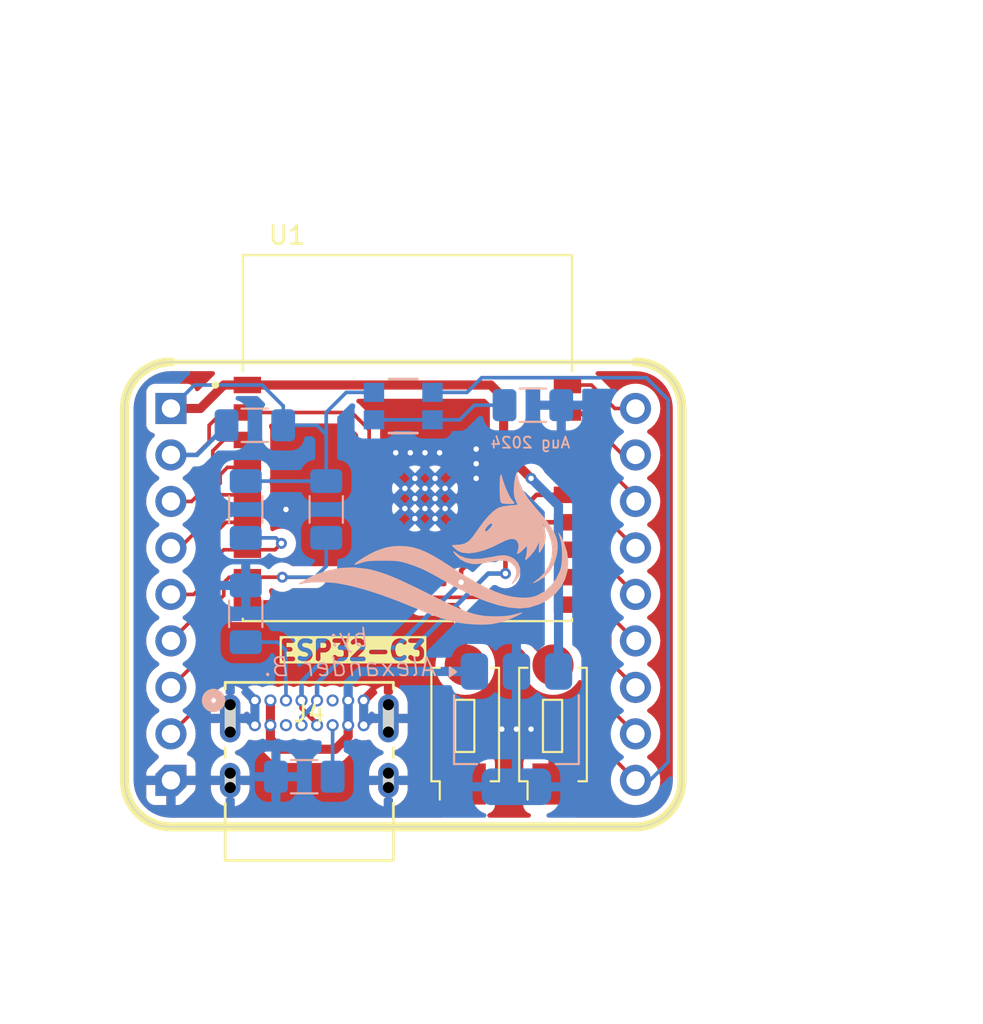
<source format=kicad_pcb>
(kicad_pcb (version 20240108) (generator "pcbnew") (generator_version "8.0")
  (layers (0 "F.Cu" signal) (31 "B.Cu" signal) (34 "B.Paste" user) (35 "F.Paste" user) (36 "B.SilkS" user "B.Silkscreen") (37 "F.SilkS" user "F.Silkscreen") (38 "B.Mask" user) (39 "F.Mask" user) (44 "Edge.Cuts" user))
  (net 0 "")
  (net 1 "GPIO3")
  (net 2 "GND")
  (net 3 "GPIO2")
  (net 4 "GPIO1")
  (net 5 "GPIO0")
  (net 6 "GPIO4")
  (net 7 "VBUS")
  (net 8 "GPIO7")
  (net 9 "USB_D+")
  (net 10 "UART-RX")
  (net 11 "USB_D-")
  (net 12 "GPIO5")
  (net 13 "GPIO8")
  (net 14 "UART-TX")
  (net 15 "GPIO10")
  (net 16 "EN")
  (net 17 "GPIO9")
  (net 18 "3V3")
  (net 19 "GPIO6")
  (net 20 "Net-(LED1-GND-Pad1)")
  (net 21 "Net-(J4-CC2)")
  (net 22 "Net-(J4-CC1)")
  (footprint "Alexander Footprint Library:ESP32-C3-WROOM-02-H4" (layer "F.Cu") (at 156.94 61.1)
    (property "Reference" "U1" (at -6.575 -11.085 0) (layer "F.SilkS"))
    (property "Value" "ESP32-C3-WROOM-02-N4")
    (fp_line (start -9 -10) (end -9 -3.67) (stroke (width 0.127)) (layer "F.SilkS"))
    (fp_line (start -9 10) (end -9 9.87) (stroke (width 0.127)) (layer "F.SilkS"))
    (fp_line (start -9 10) (end 9 10) (stroke (width 0.127)) (layer "F.SilkS"))
    (fp_line (start 9 -10) (end -9 -10) (stroke (width 0.127)) (layer "F.SilkS"))
    (fp_line (start 9 -3.67) (end 9 -10) (stroke (width 0.127)) (layer "F.SilkS"))
    (fp_line (start 9 10) (end 9 9.87) (stroke (width 0.127)) (layer "F.SilkS"))
    (fp_circle (center -10.5 -2.9) (end -10.4 -2.9) (stroke (width 0.2)) (fill none) (layer "F.SilkS"))
    (pad "1" smd rect (at -8.75 -2.9) (size 1.5 0.9) (layers "F.Cu" "F.Paste" "F.Mask") (net 18 "3V3"))
    (pad "2" smd rect (at -8.75 -1.4) (size 1.5 0.9) (layers "F.Cu" "F.Paste" "F.Mask") (net 16 "EN"))
    (pad "3" smd rect (at -8.75 0.1) (size 1.5 0.9) (layers "F.Cu" "F.Paste" "F.Mask") (net 6 "GPIO4"))
    (pad "4" smd rect (at -8.75 1.6) (size 1.5 0.9) (layers "F.Cu" "F.Paste" "F.Mask") (net 12 "GPIO5"))
    (pad "5" smd rect (at -8.75 3.1) (size 1.5 0.9) (layers "F.Cu" "F.Paste" "F.Mask") (net 19 "GPIO6"))
    (pad "6" smd rect (at -8.75 4.6) (size 1.5 0.9) (layers "F.Cu" "F.Paste" "F.Mask") (net 8 "GPIO7"))
    (pad "7" smd rect (at -8.75 6.1) (size 1.5 0.9) (layers "F.Cu" "F.Paste" "F.Mask") (net 13 "GPIO8"))
    (pad "8" smd rect (at -8.75 7.6) (size 1.5 0.9) (layers "F.Cu" "F.Paste" "F.Mask") (net 17 "GPIO9"))
    (pad "9" smd rect (at -8.75 9.1) (size 1.5 0.9) (layers "F.Cu" "F.Paste" "F.Mask") (net 2 "GND"))
    (pad "10" smd rect (at 8.75 9.1) (size 1.5 0.9) (layers "F.Cu" "F.Paste" "F.Mask") (net 15 "GPIO10"))
    (pad "11" smd rect (at 8.75 7.6) (size 1.5 0.9) (layers "F.Cu" "F.Paste" "F.Mask") (net 10 "UART-RX"))
    (pad "12" smd rect (at 8.75 6.1) (size 1.5 0.9) (layers "F.Cu" "F.Paste" "F.Mask") (net 14 "UART-TX"))
    (pad "13" smd rect (at 8.75 4.6) (size 1.5 0.9) (layers "F.Cu" "F.Paste" "F.Mask") (net 11 "USB_D-"))
    (pad "14" smd rect (at 8.75 3.1) (size 1.5 0.9) (layers "F.Cu" "F.Paste" "F.Mask") (net 9 "USB_D+"))
    (pad "15" smd rect (at 8.75 1.6) (size 1.5 0.9) (layers "F.Cu" "F.Paste" "F.Mask") (net 1 "GPIO3"))
    (pad "16" smd rect (at 8.75 0.1) (size 1.5 0.9) (layers "F.Cu" "F.Paste" "F.Mask") (net 3 "GPIO2"))
    (pad "17" smd rect (at 8.75 -1.4) (size 1.5 0.9) (layers "F.Cu" "F.Paste" "F.Mask") (net 4 "GPIO1"))
    (pad "18" smd rect (at 8.75 -2.9) (size 1.5 0.9) (layers "F.Cu" "F.Paste" "F.Mask") (net 5 "GPIO0"))
    (pad "19" smd rect (at -0.14 2.2) (size 0.7 0.7) (layers "F.Cu" "F.Paste" "F.Mask") (net 2 "GND"))
    (pad "20" smd rect (at 0.96 2.2) (size 0.7 0.7) (layers "F.Cu" "F.Paste" "F.Mask") (net 2 "GND"))
    (pad "21" smd rect (at 2.06 2.2) (size 0.7 0.7) (layers "F.Cu" "F.Paste" "F.Mask") (net 2 "GND"))
    (pad "22" smd rect (at -0.14 3.3) (size 0.7 0.7) (layers "F.Cu" "F.Paste" "F.Mask") (net 2 "GND"))
    (pad "23" smd rect (at 0.96 3.3) (size 0.7 0.7) (layers "F.Cu" "F.Paste" "F.Mask") (net 2 "GND"))
    (pad "24" smd rect (at 2.06 3.3) (size 0.7 0.7) (layers "F.Cu" "F.Paste" "F.Mask") (net 2 "GND"))
    (pad "25" smd rect (at -0.14 4.4) (size 0.7 0.7) (layers "F.Cu" "F.Paste" "F.Mask") (net 2 "GND"))
    (pad "26" smd rect (at 0.96 4.4) (size 0.7 0.7) (layers "F.Cu" "F.Paste" "F.Mask") (net 2 "GND"))
    (pad "27" smd rect (at 2.06 4.4) (size 0.7 0.7) (layers "F.Cu" "F.Paste" "F.Mask") (net 2 "GND"))
    (pad "28" thru_hole circle (at 0.41 2.2) (size 0.4 0.4) (drill 0.3) (layers "*.Cu") (net 2 "GND"))
    (pad "29" thru_hole circle (at 1.51 2.2) (size 0.4 0.4) (drill 0.3) (layers "*.Cu") (net 2 "GND"))
    (pad "30" thru_hole circle (at -0.14 2.75) (size 0.4 0.4) (drill 0.3) (layers "*.Cu") (net 2 "GND"))
    (pad "31" thru_hole circle (at 0.96 2.75) (size 0.4 0.4) (drill 0.3) (layers "*.Cu") (net 2 "GND"))
    (pad "32" thru_hole circle (at 2.06 2.75) (size 0.4 0.4) (drill 0.3) (layers "*.Cu") (net 2 "GND"))
    (pad "33" thru_hole circle (at 0.41 3.3) (size 0.4 0.4) (drill 0.3) (layers "*.Cu") (net 2 "GND"))
    (pad "34" thru_hole circle (at 1.51 3.3) (size 0.4 0.4) (drill 0.3) (layers "*.Cu") (net 2 "GND"))
    (pad "35" thru_hole circle (at -0.14 3.85) (size 0.4 0.4) (drill 0.3) (layers "*.Cu") (net 2 "GND"))
    (pad "36" thru_hole circle (at 0.96 3.85) (size 0.4 0.4) (drill 0.3) (layers "*.Cu") (net 2 "GND"))
    (pad "37" thru_hole circle (at 2.06 3.85) (size 0.4 0.4) (drill 0.3) (layers "*.Cu") (net 2 "GND"))
    (pad "38" thru_hole circle (at 0.41 4.4) (size 0.4 0.4) (drill 0.3) (layers "*.Cu") (net 2 "GND"))
    (pad "39" thru_hole circle (at 1.51 4.4) (size 0.4 0.4) (drill 0.3) (layers "*.Cu") (net 2 "GND"))
    (zone (net 0) (net_name "") (layer "F.Cu") (connect_pads (clearance 0)) (min_thickness 0.01)
      (keepout (tracks not_allowed) (vias not_allowed) (pads not_allowed) (copperpour not_allowed) (footprints allowed))
      (fill (thermal_gap 0.508) (thermal_bridge_width 0.508))
      (polygon (pts (xy 147.94 51.1) (xy 165.94 51.1) (xy 165.94 57.1) (xy 147.94 57.1)))
    )
    (zone (net 0) (net_name "") (layer "B.Cu") (connect_pads (clearance 0)) (min_thickness 0.01)
      (keepout (tracks not_allowed) (vias not_allowed) (pads not_allowed) (copperpour not_allowed) (footprints allowed))
      (fill (thermal_gap 0.508) (thermal_bridge_width 0.508))
      (polygon (pts (xy 147.94 51.1) (xy 165.94 51.1) (xy 165.94 57.1) (xy 147.94 57.1)))
    )
  )
  (footprint "Alexander Footprint Library:SW_PUSH_6x3.5mm" (layer "F.Cu") (at 160.1 80 90)
    (property "Reference" "SW1" (hide yes))
    (property "Value" "SW_Push_SMD_6x3.5")
    (fp_line (start 6.35 -1.85) (end 0.15 -1.85) (stroke (width 0.12)) (layer "F.SilkS"))
    (fp_line (start 6.35 -1.85) (end 6.35 -1.39) (stroke (width 0.12)) (layer "F.SilkS"))
    (fp_line (start 0.15 -1.85) (end 0.15 -1.39) (stroke (width 0.12)) (layer "F.SilkS"))
    (fp_line (start 0.15 -1.39) (end -0.85 -1.39) (stroke (width 0.12)) (layer "F.SilkS"))
    (fp_line (start 6.35 1.39) (end 6.35 1.85) (stroke (width 0.12)) (layer "F.SilkS"))
    (fp_line (start 0.15 1.39) (end 0.15 1.85) (stroke (width 0.12)) (layer "F.SilkS"))
    (fp_line (start 0.15 1.85) (end 6.35 1.85) (stroke (width 0.12)) (layer "F.SilkS"))
    (fp_rect (start 1.75 -0.55) (end 4.6 0.5) (stroke (width 0.12)) (fill none) (layer "F.SilkS"))
    (pad "1" smd rect (at 0 0 180) (size 2.25 2.25) (layers "F.Cu" "F.Paste" "F.Mask") (net 2 "GND"))
    (pad "2" smd oval (at 6.5 0 180) (size 2.25 2.25) (layers "F.Cu" "F.Paste" "F.Mask") (net 17 "GPIO9"))
  )
  (footprint "Alexander Footprint Library:USB-C GCT CONN16_USB4085-GF-A" (layer "F.Cu") (at 148.600015 75.435)
    (property "Reference" "J4" (at 2.975 0.675 0) (layer "F.SilkS"))
    (property "Value" "USB-C_Receptacle_Data_16P_GCT-USB4085")
    (fp_circle (center -2.2574 0) (end -1.8764 0) (stroke (width 0.508)) (fill none) (layer "B.SilkS"))
    (fp_line (start -1.6224 -0.987) (end -1.6224 -0.618206) (stroke (width 0.1524)) (layer "F.SilkS"))
    (fp_line (start -1.6224 2.578207) (end -1.6224 3.122399) (stroke (width 0.1524)) (layer "F.SilkS"))
    (fp_line (start -1.6224 5.607602) (end -1.6224 8.741199) (stroke (width 0.1524)) (layer "F.SilkS"))
    (fp_line (start -1.6224 8.741199) (end 7.5724 8.741199) (stroke (width 0.1524)) (layer "F.SilkS"))
    (fp_line (start 7.5724 -0.987) (end -1.6224 -0.987) (stroke (width 0.1524)) (layer "F.SilkS"))
    (fp_line (start 7.5724 -0.618202) (end 7.5724 -0.987) (stroke (width 0.1524)) (layer "F.SilkS"))
    (fp_line (start 7.5724 3.122399) (end 7.5724 2.578201) (stroke (width 0.1524)) (layer "F.SilkS"))
    (fp_line (start 7.5724 8.741199) (end 7.5724 5.607602) (stroke (width 0.1524)) (layer "F.SilkS"))
    (fp_arc (start -2.41934 0.344872) (mid -2.625765 -0.097305) (end -2.2279 -0.379856) (stroke (width 0.508)) (layer "F.SilkS"))
    (fp_line (start -1.35 1.729301) (end -1.35 0.230701) (stroke (width 0.6096)) (layer "Edge.Cuts"))
    (fp_line (start -1.349985 4.7587) (end -1.349985 3.9713) (stroke (width 0.6096)) (layer "Edge.Cuts"))
    (fp_line (start 7.299985 1.7293) (end 7.299985 0.2307) (stroke (width 0.6096)) (layer "Edge.Cuts"))
    (fp_line (start 7.299985 4.7587) (end 7.299985 3.9713) (stroke (width 0.6096)) (layer "Edge.Cuts"))
    (pad "" np_thru_hole circle (at -1.35 0.230701) (size 0.6096 0.6096) (drill 0.6096) (layers))
    (pad "" np_thru_hole circle (at -1.35 1.729301) (size 0.6096 0.6096) (drill 0.6096) (layers))
    (pad "" np_thru_hole circle (at -1.349985 3.9713) (size 0.6096 0.6096) (drill 0.6096) (layers))
    (pad "" np_thru_hole circle (at -1.349985 4.7587) (size 0.6096 0.6096) (drill 0.6096) (layers))
    (pad "" np_thru_hole circle (at 7.299985 0.2307) (size 0.6096 0.6096) (drill 0.6096) (layers))
    (pad "" np_thru_hole circle (at 7.299985 1.7293) (size 0.6096 0.6096) (drill 0.6096) (layers))
    (pad "" np_thru_hole circle (at 7.299985 3.9713) (size 0.6096 0.6096) (drill 0.6096) (layers))
    (pad "" np_thru_hole circle (at 7.299985 4.7587) (size 0.6096 0.6096) (drill 0.6096) (layers))
    (pad "A1" thru_hole circle (at 0 0) (size 0.6604 0.6604) (drill 0.4064) (layers "*.Cu" "*.Mask") (net 2 "GND"))
    (pad "A4" thru_hole circle (at 0.850001 0) (size 0.6604 0.6604) (drill 0.4064) (layers "*.Cu" "*.Mask") (net 7 "VBUS"))
    (pad "A5" thru_hole circle (at 1.699999 0) (size 0.6604 0.6604) (drill 0.4064) (layers "*.Cu" "*.Mask") (net 22 "Net-(J4-CC1)"))
    (pad "A6" thru_hole circle (at 2.55 0) (size 0.6604 0.6604) (drill 0.4064) (layers "*.Cu" "*.Mask") (net 9 "USB_D+"))
    (pad "A7" thru_hole circle (at 3.400001 0) (size 0.6604 0.6604) (drill 0.4064) (layers "*.Cu" "*.Mask") (net 11 "USB_D-"))
    (pad "A8" thru_hole circle (at 4.250002 0) (size 0.6604 0.6604) (drill 0.4064) (layers "*.Cu" "*.Mask"))
    (pad "A9" thru_hole circle (at 5.1 0) (size 0.6604 0.6604) (drill 0.4064) (layers "*.Cu" "*.Mask") (net 7 "VBUS"))
    (pad "A12" thru_hole circle (at 5.950001 0) (size 0.6604 0.6604) (drill 0.4064) (layers "*.Cu" "*.Mask") (net 2 "GND"))
    (pad "B1" thru_hole circle (at 5.950001 1.35) (size 0.6604 0.6604) (drill 0.4064) (layers "*.Cu" "*.Mask") (net 2 "GND"))
    (pad "B4" thru_hole circle (at 5.1 1.35) (size 0.6604 0.6604) (drill 0.4064) (layers "*.Cu" "*.Mask") (net 7 "VBUS"))
    (pad "B5" thru_hole circle (at 4.250002 1.35) (size 0.6604 0.6604) (drill 0.4064) (layers "*.Cu" "*.Mask") (net 21 "Net-(J4-CC2)"))
    (pad "B6" thru_hole circle (at 3.400001 1.35) (size 0.6604 0.6604) (drill 0.4064) (layers "*.Cu" "*.Mask") (net 9 "USB_D+"))
    (pad "B7" thru_hole circle (at 2.55 1.35) (size 0.6604 0.6604) (drill 0.4064) (layers "*.Cu" "*.Mask") (net 11 "USB_D-"))
    (pad "B8" thru_hole circle (at 1.699999 1.35) (size 0.6604 0.6604) (drill 0.4064) (layers "*.Cu" "*.Mask"))
    (pad "B9" thru_hole circle (at 0.850001 1.35) (size 0.6604 0.6604) (drill 0.4064) (layers "*.Cu" "*.Mask") (net 7 "VBUS"))
    (pad "B12" thru_hole circle (at 0 1.35) (size 0.6604 0.6604) (drill 0.4064) (layers "*.Cu" "*.Mask") (net 2 "GND"))
    (pad "S1" thru_hole oval (at -1.349985 4.365 90) (size 1.905 1.1176) (drill 0.0254) (layers "*.Cu" "*.Mask") (net 2 "GND"))
    (pad "S2" thru_hole oval (at 7.299985 4.365 90) (size 1.905 1.1176) (drill 0.0254) (layers "*.Cu" "*.Mask") (net 2 "GND"))
    (pad "S3" thru_hole oval (at -1.35 0.980001 90) (size 2.6162 1.1176) (drill 0.0254) (layers "*.Cu" "*.Mask") (net 2 "GND"))
    (pad "S4" thru_hole oval (at 7.299985 0.98 90) (size 2.6162 1.1176) (drill 0.0254) (layers "*.Cu" "*.Mask") (net 2 "GND"))
  )
  (footprint "Alexander Footprint Library:Conn_ESP32-C3-WROOM-02" (layer "F.Cu") (at 159.25 64.56)
    (property "Reference" "J2" (hide yes))
    (property "Value" "~")
    (fp_line (start -17.78 -5.08) (end -17.78 15.24) (stroke (width 0.5)) (layer "F.SilkS"))
    (fp_line (start -15.24 -7.62) (end 10.16 -7.62) (stroke (width 0.25)) (layer "F.SilkS"))
    (fp_line (start -15.24 17.78) (end 10.16 17.78) (stroke (width 0.5)) (layer "F.SilkS"))
    (fp_line (start 12.7 -5.08) (end 12.7 15.24) (stroke (width 0.5)) (layer "F.SilkS"))
    (fp_arc (start -17.78 -5.08) (mid -17.036051 -6.876051) (end -15.24 -7.62) (stroke (width 0.5)) (layer "F.SilkS"))
    (fp_arc (start -15.24 17.78) (mid -17.036051 17.036051) (end -17.78 15.24) (stroke (width 0.5)) (layer "F.SilkS"))
    (fp_arc (start 10.16 -7.62) (mid 11.956051 -6.876051) (end 12.7 -5.08) (stroke (width 0.5)) (layer "F.SilkS"))
    (fp_arc (start 12.7 15.24) (mid 11.956051 17.036051) (end 10.16 17.78) (stroke (width 0.5)) (layer "F.SilkS"))
    (fp_line (start -17.78 15.24) (end -17.78 -5.08) (stroke (width 0.05)) (layer "Edge.Cuts"))
    (fp_line (start -15.24 -7.62) (end 10.16 -7.62) (stroke (width 0.05)) (layer "Edge.Cuts"))
    (fp_line (start 10.16 17.78) (end -15.24 17.78) (stroke (width 0.05)) (layer "Edge.Cuts"))
    (fp_line (start 12.7 -5.08) (end 12.7 15.24) (stroke (width 0.05)) (layer "Edge.Cuts"))
    (fp_arc (start -17.78 -5.08) (mid -17.036051 -6.876051) (end -15.24 -7.62) (stroke (width 0.05)) (layer "Edge.Cuts"))
    (fp_arc (start -15.24 17.78) (mid -17.036051 17.036051) (end -17.78 15.24) (stroke (width 0.05)) (layer "Edge.Cuts"))
    (fp_arc (start 10.16 -7.62) (mid 11.956051 -6.876051) (end 12.7 -5.08) (stroke (width 0.05)) (layer "Edge.Cuts"))
    (fp_arc (start 12.7 15.24) (mid 11.956051 17.036051) (end 10.16 17.78) (stroke (width 0.05)) (layer "Edge.Cuts"))
    (pad "1" thru_hole rect (at -15.24 -5.08) (size 1.7 1.7) (drill 1) (layers "*.Cu" "*.Mask") (net 18 "3V3"))
    (pad "2" thru_hole circle (at -15.24 -2.54) (size 1.7 1.7) (drill 1) (layers "*.Cu" "*.Mask") (net 16 "EN"))
    (pad "3" thru_hole circle (at -15.24 0) (size 1.7 1.7) (drill 1) (layers "*.Cu" "*.Mask") (net 6 "GPIO4"))
    (pad "4" thru_hole circle (at -15.24 2.54) (size 1.7 1.7) (drill 1) (layers "*.Cu" "*.Mask") (net 12 "GPIO5"))
    (pad "5" thru_hole circle (at -15.24 5.08) (size 1.7 1.7) (drill 1) (layers "*.Cu" "*.Mask") (net 19 "GPIO6"))
    (pad "6" thru_hole circle (at -15.24 7.62) (size 1.7 1.7) (drill 1) (layers "*.Cu" "*.Mask") (net 8 "GPIO7"))
    (pad "7" thru_hole circle (at -15.24 10.16) (size 1.7 1.7) (drill 1) (layers "*.Cu" "*.Mask") (net 13 "GPIO8"))
    (pad "8" thru_hole circle (at -15.24 12.7) (size 1.7 1.7) (drill 1) (layers "*.Cu" "*.Mask") (net 17 "GPIO9"))
    (pad "9" thru_hole roundrect (at -15.24 15.24) (size 1.7 1.7) (drill 1) (layers "*.Cu" "*.Mask") (roundrect_rratio 0) (chamfer_ratio 0.3) (chamfer top_left bottom_right) (net 2 "GND"))
    (pad "10" thru_hole circle (at 10.16 15.24) (size 1.7 1.7) (drill 1) (layers "*.Cu" "*.Mask") (net 15 "GPIO10"))
    (pad "11" thru_hole circle (at 10.16 12.7) (size 1.7 1.7) (drill 1) (layers "*.Cu" "*.Mask") (net 10 "UART-RX"))
    (pad "12" thru_hole circle (at 10.16 10.16) (size 1.7 1.7) (drill 1) (layers "*.Cu" "*.Mask") (net 14 "UART-TX"))
    (pad "13" thru_hole circle (at 10.16 7.62) (size 1.7 1.7) (drill 1) (layers "*.Cu" "*.Mask") (net 11 "USB_D-"))
    (pad "14" thru_hole circle (at 10.16 5.08) (size 1.7 1.7) (drill 1) (layers "*.Cu" "*.Mask") (net 9 "USB_D+"))
    (pad "15" thru_hole circle (at 10.16 2.54) (size 1.7 1.7) (drill 1) (layers "*.Cu" "*.Mask") (net 1 "GPIO3"))
    (pad "16" thru_hole circle (at 10.16 0) (size 1.7 1.7) (drill 1) (layers "*.Cu" "*.Mask") (net 3 "GPIO2"))
    (pad "17" thru_hole circle (at 10.16 -2.54) (size 1.7 1.7) (drill 1) (layers "*.Cu" "*.Mask") (net 4 "GPIO1"))
    (pad "18" thru_hole circle (at 10.16 -5.08) (size 1.7 1.7) (drill 1) (layers "*.Cu" "*.Mask") (net 5 "GPIO0"))
  )
  (footprint "Alexander Footprint Library:SW_PUSH_6x3.5mm" (layer "F.Cu") (at 164.9 80 90)
    (property "Reference" "SW2" (hide yes))
    (property "Value" "SW_Push_SMD_6x3.5")
    (fp_line (start 6.35 -1.85) (end 0.15 -1.85) (stroke (width 0.12)) (layer "F.SilkS"))
    (fp_line (start 6.35 -1.85) (end 6.35 -1.39) (stroke (width 0.12)) (layer "F.SilkS"))
    (fp_line (start 0.15 -1.85) (end 0.15 -1.39) (stroke (width 0.12)) (layer "F.SilkS"))
    (fp_line (start 0.15 -1.39) (end -0.85 -1.39) (stroke (width 0.12)) (layer "F.SilkS"))
    (fp_line (start 6.35 1.39) (end 6.35 1.85) (stroke (width 0.12)) (layer "F.SilkS"))
    (fp_line (start 0.15 1.39) (end 0.15 1.85) (stroke (width 0.12)) (layer "F.SilkS"))
    (fp_line (start 0.15 1.85) (end 6.35 1.85) (stroke (width 0.12)) (layer "F.SilkS"))
    (fp_rect (start 1.75 -0.55) (end 4.6 0.5) (stroke (width 0.12)) (fill none) (layer "F.SilkS"))
    (pad "1" smd rect (at 0 0 180) (size 2.25 2.25) (layers "F.Cu" "F.Paste" "F.Mask") (net 2 "GND"))
    (pad "2" smd oval (at 6.5 0 180) (size 2.25 2.25) (layers "F.Cu" "F.Paste" "F.Mask") (net 16 "EN"))
  )
  (footprint "Resistor_SMD:R_1206_3216Metric_Pad1.30x1.75mm_HandSolder" (layer "B.Cu") (at 152.5 65 -90)
    (property "Reference" "R8" (hide yes))
    (property "Value" "2K2")
    (fp_line (start 0.727064 0.91) (end -0.727064 0.91) (stroke (width 0.12)) (layer "B.SilkS"))
    (fp_line (start 0.727064 -0.91) (end -0.727064 -0.91) (stroke (width 0.12)) (layer "B.SilkS"))
    (pad "1" smd roundrect (at -1.55 0 270) (size 1.3 1.75) (layers "B.Cu" "B.Paste" "B.Mask") (roundrect_rratio 0.192308) (net 18 "3V3"))
    (pad "2" smd roundrect (at 1.55 0 270) (size 1.3 1.75) (layers "B.Cu" "B.Paste" "B.Mask") (roundrect_rratio 0.192308) (net 17 "GPIO9"))
  )
  (footprint "LOGO" (layer "B.Cu") (at 158.3 67.1 180)
    (property "Reference" "G***" (hide yes))
    (property "Value" "LOGO" (hide yes))
    (fp_poly (pts (xy -5.335668 -1.973085) (xy -5.363457 -2.000875) (xy -5.391247 -1.973085) (xy -5.363457 -1.945295)) (fill solid) (layer "B.SilkS"))
    (fp_poly (pts (xy -3.72712 3.989192) (xy -3.720697 3.973961) (xy -3.701102 3.866879) (xy -3.687804 3.678866) (xy -3.680882 3.439975) (xy -3.680421 3.180261) (xy -3.686502 2.929778) (xy -3.699208 2.718581) (xy -3.716893 2.584464) (xy -3.741095 2.495828) (xy -3.784399 2.444513) (xy -3.873902 2.418422) (xy -4.036701 2.405456) (xy -4.127166 2.40129) (xy -4.314775 2.400001) (xy -4.449213 2.412314) (xy -4.501944 2.435572) (xy -4.501969 2.436169) (xy -4.463752 2.510156) (xy -4.414064 2.560438) (xy -4.317104 2.679269) (xy -4.202066 2.879038) (xy -4.080896 3.133656) (xy -3.965538 3.417032) (xy -3.867936 3.703076) (xy -3.83055 3.835011) (xy -3.788365 3.978468) (xy -3.75726 4.025597)) (fill solid) (layer "B.SilkS"))
    (fp_poly (pts (xy -1.16813 -0.243105) (xy -1.254216 -0.368794) (xy -1.28983 -0.413219) (xy -1.537879 -0.635483) (xy -1.849965 -0.79747) (xy -2.187325 -0.881187) (xy -2.314341 -0.888735) (xy -2.497037 -0.877155) (xy -2.746282 -0.845689) (xy -3.020446 -0.800025) (xy -3.14804 -0.774864) (xy -3.516275 -0.710602) (xy -3.805925 -0.692046) (xy -4.04028 -0.720434) (xy -4.242632 -0.797) (xy -4.312229 -0.836658) (xy -4.497239 -1.008267) (xy -4.588805 -1.225532) (xy -4.584459 -1.470239) (xy -4.481739 -1.724177) (xy -4.44078 -1.786433) (xy -4.359302 -1.917364) (xy -4.351943 -1.969709) (xy -4.412174 -1.941384) (xy -4.533468 -1.830304) (xy -4.544045 -1.819408) (xy -4.734665 -1.563229) (xy -4.815304 -1.302684) (xy -4.806573 -1.114052) (xy -4.700145 -0.833593) (xy -4.503297 -0.610752) (xy -4.312939 -0.494963) (xy -4.14564 -0.432054) (xy -3.973801 -0.400998) (xy -3.772034 -0.401933) (xy -3.514951 -0.434994) (xy -3.177163 -0.500319) (xy -3.173511 -0.501089) (xy -2.63863 -0.587136) (xy -2.183217 -0.60137) (xy -1.801259 -0.543037) (xy -1.486742 -0.411382) (xy -1.292451 -0.264967) (xy -1.187436 -0.180532) (xy -1.145933 -0.176798)) (fill solid) (layer "B.SilkS"))
    (fp_poly (pts (xy 5.006815 -1.088445) (xy 5.716318 -1.225058) (xy 6.200827 -1.383806) (xy 6.403664 -1.468934) (xy 6.626548 -1.573239) (xy 6.848558 -1.685444) (xy 7.048775 -1.794268) (xy 7.20628 -1.888432) (xy 7.300154 -1.956656) (xy 7.315527 -1.984838) (xy 7.254956 -1.98449) (xy 7.122033 -1.961789) (xy 7.024333 -1.940189) (xy 6.806471 -1.906915) (xy 6.509925 -1.886858) (xy 6.16638 -1.879979) (xy 5.807519 -1.886237) (xy 5.465025 -1.905592) (xy 5.170583 -1.938004) (xy 5.141138 -1.942582) (xy 4.426362 -2.086382) (xy 3.63366 -2.298797) (xy 2.770609 -2.57741) (xy 1.844784 -2.919804) (xy 1.010836 -3.260583) (xy 0.441355 -3.497514) (xy -0.046623 -3.688235) (xy -0.469864 -3.838501) (xy -0.845133 -3.954062) (xy -1.189195 -4.040673) (xy -1.371928 -4.078191) (xy -1.768371 -4.138227) (xy -2.195636 -4.177783) (xy -2.616347 -4.195041) (xy -2.993123 -4.188182) (xy -3.212913 -4.167752) (xy -3.467108 -4.123955) (xy -3.736305 -4.064944) (xy -3.876552 -4.027934) (xy -4.038283 -3.972815) (xy -4.23561 -3.893936) (xy -4.4451 -3.802307) (xy -4.643316 -3.708932) (xy -4.806823 -3.624819) (xy -4.912187 -3.560974) (xy -4.93761 -3.529586) (xy -4.878362 -3.533932) (xy -4.740991 -3.564298) (xy -4.553715 -3.61434) (xy -4.52896 -3.621444) (xy -4.263761 -3.683348) (xy -3.968882 -3.720103) (xy -3.608736 -3.735703) (xy -3.501532 -3.73678) (xy -3.19922 -3.733182) (xy -2.919835 -3.716451) (xy -2.650591 -3.682285) (xy -2.378702 -3.626385) (xy -2.091382 -3.544451) (xy -1.775843 -3.432183) (xy -1.419301 -3.28528) (xy -1.008967 -3.099444) (xy -0.532057 -2.870373) (xy 0.024217 -2.593769) (xy 0.277899 -2.465774) (xy 0.908788 -2.151193) (xy 1.457458 -1.888515) (xy 1.937016 -1.672463) (xy 2.360572 -1.497764) (xy 2.741233 -1.359144) (xy 3.092107 -1.251328) (xy 3.426303 -1.169041) (xy 3.575896 -1.138716) (xy 4.289098 -1.059268)) (fill solid) (layer "B.SilkS"))
    (fp_poly (pts (xy -6.905998 0.758162) (xy -6.962759 0.600951) (xy -7.033118 0.344256) (xy -7.076378 0.016472) (xy -7.092183 -0.34585) (xy -7.080174 -0.706159) (xy -7.039992 -1.027906) (xy -6.980883 -1.250547) (xy -6.763375 -1.690507) (xy -6.474123 -2.069435) (xy -6.127243 -2.373404) (xy -5.73685 -2.588488) (xy -5.563615 -2.648878) (xy -5.327801 -2.699081) (xy -5.056923 -2.71721) (xy -4.755393 -2.708697) (xy -4.35446 -2.660239) (xy -3.927847 -2.556931) (xy -3.466953 -2.394884) (xy -2.963179 -2.17021) (xy -2.407923 -1.879024) (xy -1.792584 -1.517437) (xy -1.108562 -1.081562) (xy -1.0071 -1.01457) (xy -0.492206 -0.683257) (xy -0.044687 -0.419341) (xy 0.351284 -0.216499) (xy 0.71153 -0.068411) (xy 1.051879 0.031245) (xy 1.388155 0.088791) (xy 1.736184 0.110546) (xy 1.811196 0.11116) (xy 2.209545 0.08793) (xy 2.587906 0.011875) (xy 2.985773 -0.126555) (xy 3.220465 -0.229596) (xy 3.426096 -0.333288) (xy 3.645126 -0.457079) (xy 3.857915 -0.588021) (xy 4.044822 -0.71317) (xy 4.186205 -0.819577) (xy 4.262422 -0.894296) (xy 4.267621 -0.919833) (xy 4.208774 -0.913924) (xy 4.073957 -0.878799) (xy 3.892101 -0.822016) (xy 3.888205 -0.820718) (xy 3.725225 -0.77192) (xy 3.56218 -0.738179) (xy 3.373334 -0.71692) (xy 3.132947 -0.705567) (xy 2.815283 -0.701544) (xy 2.695624 -0.701384) (xy 2.35618 -0.703448) (xy 2.098843 -0.711561) (xy 1.894597 -0.729039) (xy 1.714421 -0.7592) (xy 1.529299 -0.805361) (xy 1.367243 -0.853246) (xy 0.950955 -0.993823) (xy 0.547075 -1.159732) (xy 0.126735 -1.364384) (xy -0.338935 -1.621188) (xy -0.542279 -1.74028) (xy -1.387822 -2.215648) (xy -2.179537 -2.606384) (xy -2.915301 -2.911815) (xy -3.59299 -3.131273) (xy -4.210479 -3.264085) (xy -4.765643 -3.30958) (xy -5.256358 -3.267087) (xy -5.328395 -3.252158) (xy -5.86764 -3.080586) (xy -6.335668 -2.830855) (xy -6.727607 -2.512655) (xy -7.038587 -2.135675) (xy -7.263735 -1.709605) (xy -7.39818 -1.244134) (xy -7.437052 -0.748952) (xy -7.375479 -0.233748) (xy -7.20859 0.291789) (xy -7.162597 0.396304) (xy -7.060917 0.603512) (xy -6.977088 0.750807) (xy -6.918438 0.830684) (xy -6.892299 0.835638)) (fill solid) (layer "B.SilkS"))
    (fp_poly (pts (xy -4.556503 3.973961) (xy -4.520533 3.840385) (xy -4.487756 3.634631) (xy -4.464038 3.395647) (xy -4.460134 3.333896) (xy -4.454225 3.038515) (xy -4.480237 2.807976) (xy -4.54713 2.598354) (xy -4.654092 2.383309) (xy -4.612375 2.364187) (xy -4.484682 2.344093) (xy -4.2961 2.32668) (xy -4.240174 2.323042) (xy -3.873323 2.277556) (xy -3.602294 2.191422) (xy -3.584521 2.182588) (xy -3.348899 2.020904) (xy -3.082371 1.766082) (xy -2.794532 1.428501) (xy -2.49498 1.018542) (xy -2.458084 0.964056) (xy -2.251081 0.669692) (xy -2.075655 0.459558) (xy -1.912351 0.319129) (xy -1.741716 0.23388) (xy -1.544295 0.189288) (xy -1.402354 0.175843) (xy -1.049214 0.153357) (xy -1.17767 0.015818) (xy -1.384103 -0.158726) (xy -1.620776 -0.258269) (xy -1.91889 -0.294599) (xy -2.000875 -0.295241) (xy -2.386755 -0.252234) (xy -2.829533 -0.133031) (xy -3.31108 0.056544) (xy -3.709428 0.253548) (xy -4.010174 0.401117) (xy -4.241961 0.478647) (xy -4.420301 0.48836) (xy -4.560706 0.432478) (xy -4.618459 0.38373) (xy -4.698395 0.231726) (xy -4.711815 0.024236) (xy -4.657293 -0.20412) (xy -4.643968 -0.236214) (xy -4.627839 -0.319252) (xy -4.677618 -0.328735) (xy -4.78048 -0.269581) (xy -4.9236 -0.146704) (xy -4.953147 -0.117698) (xy -5.168928 0.098082) (xy -5.168928 -0.11408) (xy -5.153411 -0.299881) (xy -5.115666 -0.465845) (xy -5.111793 -0.476519) (xy -5.078233 -0.591861) (xy -5.07906 -0.651197) (xy -5.13753 -0.639037) (xy -5.240535 -0.557561) (xy -5.368361 -0.428161) (xy -5.501289 -0.27223) (xy -5.619604 -0.11116) (xy -5.6963 0.018497) (xy -5.838743 0.305689) (xy -5.82342 0.013861) (xy -5.819631 -0.148953) (xy -5.826307 -0.2547) (xy -5.835886 -0.277554) (xy -5.89623 -0.229792) (xy -5.977644 -0.108472) (xy -6.063382 0.055435) (xy -6.136699 0.230957) (xy -6.171345 0.342865) (xy -6.207717 0.632127) (xy -6.178753 0.870168) (xy -6.149992 1.029127) (xy -6.140164 1.13666) (xy -6.144537 1.160875) (xy -6.177076 1.12602) (xy -6.241939 1.0129) (xy -6.326013 0.844699) (xy -6.339244 0.816636) (xy -6.49792 0.360813) (xy -6.554463 -0.096231) (xy -6.512178 -0.540542) (xy -6.374371 -0.958169) (xy -6.144345 -1.335159) (xy -5.825407 -1.657561) (xy -5.737359 -1.724292) (xy -5.56755 -1.851199) (xy -5.4929 -1.920809) (xy -5.513486 -1.933402) (xy -5.629383 -1.889262) (xy -5.764656 -1.826023) (xy -6.144627 -1.582948) (xy -6.447032 -1.261132) (xy -6.670071 -0.86317) (xy -6.811949 -0.391655) (xy -6.830695 -0.28709) (xy -6.861483 -0.001007) (xy -6.853395 0.266591) (xy -6.800141 0.528729) (xy -6.695433 0.798433) (xy -6.53298 1.088728) (xy -6.419832 1.250547) (xy -6.113786 1.250547) (xy -6.085996 1.222757) (xy -6.058206 1.250547) (xy -6.085996 1.278337) (xy -6.113786 1.250547) (xy -6.419832 1.250547) (xy -6.384164 1.301558) (xy -3.276553 1.301558) (xy -3.249487 1.2128) (xy -3.144391 1.080121) (xy -3.116748 1.051742) (xy -2.989426 0.933278) (xy -2.919109 0.895195) (xy -2.891998 0.932181) (xy -2.890153 0.964532) (xy -2.927111 1.055442) (xy -3.015279 1.172388) (xy -3.120597 1.277341) (xy -3.209007 1.332273) (xy -3.220979 1.333917) (xy -3.276553 1.301558) (xy -6.384164 1.301558) (xy -6.306493 1.41264) (xy -6.009684 1.783195) (xy -5.636262 2.213417) (xy -5.608104 2.244971) (xy -5.233172 2.714919) (xy -4.945024 3.185268) (xy -4.751728 3.642009) (xy -4.703359 3.815277) (xy -4.626773 4.1407)) (fill solid) (layer "B.SilkS"))
  )
  (footprint "Alexander Footprint Library:B1552_HVK-M" (layer "B.Cu") (at 156.71 59.350001)
    (property "Reference" "LED1" (hide yes))
    (property "Value" "LED-RED-GREEN-B1552USUG20D")
    (fp_line (start 0.777373 -1.4732) (end -0.777373 -1.4732) (stroke (width 0.1524)) (layer "B.SilkS"))
    (fp_line (start 0.777373 1.4732) (end -0.777373 1.4732) (stroke (width 0.1524)) (layer "B.SilkS"))
    (pad "1" smd rect (at -1.6002 0.750001) (size 1.1176 1.0414) (layers "B.Cu" "B.Paste" "B.Mask") (net 20 "Net-(LED1-GND-Pad1)"))
    (pad "2" smd rect (at -1.6002 -0.750001) (size 1.1176 1.0414) (layers "B.Cu" "B.Paste" "B.Mask") (net 18 "3V3"))
    (pad "3" smd rect (at 1.6002 -0.750001) (size 1.1176 1.0414) (layers "B.Cu" "B.Paste" "B.Mask") (net 15 "GPIO10"))
    (pad "4" smd rect (at 1.6002 0.750001) (size 1.1176 1.0414) (layers "B.Cu" "B.Paste" "B.Mask") (net 20 "Net-(LED1-GND-Pad1)"))
  )
  (footprint "Resistor_SMD:R_1206_3216Metric_Pad1.30x1.75mm_HandSolder" (layer "B.Cu") (at 151.3 79.6)
    (property "Reference" "R9" (hide yes))
    (property "Value" "5k1")
    (fp_line (start 0.727064 -0.91) (end -0.727064 -0.91) (stroke (width 0.12)) (layer "B.SilkS"))
    (fp_line (start 0.727064 0.91) (end -0.727064 0.91) (stroke (width 0.12)) (layer "B.SilkS"))
    (pad "1" smd roundrect (at -1.55 0) (size 1.3 1.75) (layers "B.Cu" "B.Paste" "B.Mask") (roundrect_rratio 0.192308) (net 2 "GND"))
    (pad "2" smd roundrect (at 1.55 0) (size 1.3 1.75) (layers "B.Cu" "B.Paste" "B.Mask") (roundrect_rratio 0.192308) (net 21 "Net-(J4-CC2)"))
  )
  (footprint "Resistor_SMD:R_1206_3216Metric_Pad1.30x1.75mm_HandSolder" (layer "B.Cu") (at 148.1 70.7 -90)
    (property "Reference" "R10" (hide yes))
    (property "Value" "5k1")
    (fp_line (start 0.727064 0.91) (end -0.727064 0.91) (stroke (width 0.12)) (layer "B.SilkS"))
    (fp_line (start 0.727064 -0.91) (end -0.727064 -0.91) (stroke (width 0.12)) (layer "B.SilkS"))
    (pad "1" smd roundrect (at -1.55 0 270) (size 1.3 1.75) (layers "B.Cu" "B.Paste" "B.Mask") (roundrect_rratio 0.192308) (net 2 "GND"))
    (pad "2" smd roundrect (at 1.55 0 270) (size 1.3 1.75) (layers "B.Cu" "B.Paste" "B.Mask") (roundrect_rratio 0.192308) (net 22 "Net-(J4-CC1)"))
  )
  (footprint "Resistor_SMD:R_1206_3216Metric_Pad1.30x1.75mm_HandSolder" (layer "B.Cu") (at 148.1 65 -90)
    (property "Reference" "R7" (hide yes))
    (property "Value" "2K2")
    (fp_line (start 0.727064 0.91) (end -0.727064 0.91) (stroke (width 0.12)) (layer "B.SilkS"))
    (fp_line (start 0.727064 -0.91) (end -0.727064 -0.91) (stroke (width 0.12)) (layer "B.SilkS"))
    (pad "1" smd roundrect (at -1.55 0 270) (size 1.3 1.75) (layers "B.Cu" "B.Paste" "B.Mask") (roundrect_rratio 0.192308) (net 18 "3V3"))
    (pad "2" smd roundrect (at 1.55 0 270) (size 1.3 1.75) (layers "B.Cu" "B.Paste" "B.Mask") (roundrect_rratio 0.192308) (net 13 "GPIO8"))
  )
  (footprint "Package_TO_SOT_SMD:SOT-223-3_TabPin2" (layer "B.Cu") (at 162.9 77 -90)
    (property "Reference" "U2" (hide yes))
    (property "Value" "AMS1117-3V3")
    (fp_line (start 1.91 3.41) (end -1.85 3.41) (stroke (width 0.12)) (layer "B.SilkS"))
    (fp_line (start 1.91 2.15) (end 1.91 3.41) (stroke (width 0.12)) (layer "B.SilkS"))
    (fp_line (start 1.91 -2.15) (end 1.91 -3.41) (stroke (width 0.12)) (layer "B.SilkS"))
    (fp_line (start 1.91 -3.41) (end -1.85 -3.41) (stroke (width 0.12)) (layer "B.SilkS"))
    (fp_poly (pts (xy -3.13 3.31) (xy -3.37 3.64) (xy -2.89 3.64) (xy -3.13 3.31)) (stroke (width 0.12)) (fill solid) (layer "B.SilkS"))
    (pad "1" smd roundrect (at -3.15 2.3 270) (size 2 1.5) (layers "B.Cu" "B.Paste" "B.Mask") (net 7 "VBUS"))
    (pad "2" smd roundrect (at -3.15 0 270) (size 2 1.5) (layers "B.Cu" "B.Paste" "B.Mask") (net 2 "GND"))
    (pad "2" smd roundrect (at 3.15 0 270) (size 2 3.8) (layers "B.Cu" "B.Paste" "B.Mask") (net 2 "GND"))
    (pad "3" smd roundrect (at -3.15 -2.3 270) (size 2 1.5) (layers "B.Cu" "B.Paste" "B.Mask") (net 18 "3V3"))
  )
  (footprint "Resistor_SMD:R_1206_3216Metric_Pad1.30x1.75mm_HandSolder" (layer "B.Cu") (at 148.6 60.4 180)
    (property "Reference" "R1" (hide yes))
    (property "Value" "10k")
    (fp_line (start 0.727064 0.91) (end -0.727064 0.91) (stroke (width 0.12)) (layer "B.SilkS"))
    (fp_line (start 0.727064 -0.91) (end -0.727064 -0.91) (stroke (width 0.12)) (layer "B.SilkS"))
    (pad "1" smd roundrect (at -1.55 0 180) (size 1.3 1.75) (layers "B.Cu" "B.Paste" "B.Mask") (roundrect_rratio 0.192308) (net 18 "3V3"))
    (pad "2" smd roundrect (at 1.55 0 180) (size 1.3 1.75) (layers "B.Cu" "B.Paste" "B.Mask") (roundrect_rratio 0.192308) (net 16 "EN"))
  )
  (footprint "Resistor_SMD:R_1206_3216Metric_Pad1.30x1.75mm_HandSolder" (layer "B.Cu") (at 163.8 59.3 180)
    (property "Reference" "R4" (hide yes))
    (property "Value" "5k1")
    (fp_line (start 0.727064 0.91) (end -0.727064 0.91) (stroke (width 0.12)) (layer "B.SilkS"))
    (fp_line (start 0.727064 -0.91) (end -0.727064 -0.91) (stroke (width 0.12)) (layer "B.SilkS"))
    (pad "1" smd roundrect (at -1.55 0 180) (size 1.3 1.75) (layers "B.Cu" "B.Paste" "B.Mask") (roundrect_rratio 0.192308) (net 2 "GND"))
    (pad "2" smd roundrect (at 1.55 0 180) (size 1.3 1.75) (layers "B.Cu" "B.Paste" "B.Mask") (roundrect_rratio 0.192308) (net 20 "Net-(LED1-GND-Pad1)"))
  )
  (gr_text "by:\nAlexander B." (at 153.8 72.8 0) (layer "B.SilkS") (effects (font (size 1 1) (thickness 0.1) (italic yes)) (justify mirror)))
  (gr_text "Aug 2024" (at 165.9 61.7 0) (layer "B.SilkS") (effects (font (size 0.6 0.6) (thickness 0.1)) (justify left bottom mirror)))
  (gr_text "ESP32-C3" (at 149.8 73.3 0) (layer "F.SilkS" knockout) (effects (font (size 1 1) (thickness 0.25) (bold yes)) (justify left bottom)))
  (segment (start 166.9 62.7) (end 167.8 63.6) (width 0.2) (layer "F.Cu") (net 1))
  (segment (start 167.8 65.49) (end 169.41 67.1) (width 0.2) (layer "F.Cu") (net 1))
  (segment (start 167.8 63.6) (end 167.8 65.49) (width 0.2) (layer "F.Cu") (net 1))
  (segment (start 165.69 62.7) (end 166.9 62.7) (width 0.2) (layer "F.Cu") (net 1))
  (via (at 163.7 77) (size 0.6) (drill 0.3) (layers "F.Cu" "B.Cu") (net 2))
  (via (at 156.3 61.9) (size 0.6) (drill 0.3) (layers "F.Cu" "B.Cu") (net 2))
  (via (at 162.1 77) (size 0.6) (drill 0.3) (layers "F.Cu" "B.Cu") (net 2))
  (via (at 160.7 61.7) (size 0.6) (drill 0.3) (layers "F.Cu" "B.Cu") (net 2))
  (via (at 157.9 61.9) (size 0.6) (drill 0.3) (layers "F.Cu" "B.Cu") (net 2))
  (via (at 150.3 65) (size 0.6) (drill 0.3) (layers "F.Cu" "B.Cu") (net 2))
  (via (at 157.1 61.9) (size 0.6) (drill 0.3) (layers "F.Cu" "B.Cu") (net 2))
  (via (at 160.7 62.5) (size 0.6) (drill 0.3) (layers "F.Cu" "B.Cu") (net 2))
  (via (at 162.9 77) (size 0.6) (drill 0.3) (layers "F.Cu" "B.Cu") (net 2))
  (via (at 158.7 61.9) (size 0.6) (drill 0.3) (layers "F.Cu" "B.Cu") (net 2))
  (via (at 160.7 63.3) (size 0.6) (drill 0.3) (layers "F.Cu" "B.Cu") (net 2))
  (segment (start 148.600015 75.435) (end 148.600015 76.785) (width 0.5) (layer "B.Cu") (net 2))
  (segment (start 154.550016 75.435) (end 154.550016 76.785) (width 0.5) (layer "B.Cu") (net 2))
  (segment (start 165.69 61.2) (end 166.3 61.2) (width 0.2) (layer "F.Cu") (net 3))
  (segment (start 166.3 61.2) (end 169.41 64.31) (width 0.2) (layer "F.Cu") (net 3))
  (segment (start 169.41 64.31) (end 169.41 64.56) (width 0.2) (layer "F.Cu") (net 3))
  (segment (start 165.69 59.7) (end 166.4 59.7) (width 0.2) (layer "F.Cu") (net 4))
  (segment (start 166.4 59.7) (end 168.72 62.02) (width 0.2) (layer "F.Cu") (net 4))
  (segment (start 168.72 62.02) (end 169.41 62.02) (width 0.2) (layer "F.Cu") (net 4))
  (segment (start 168.28 59.48) (end 167 58.2) (width 0.2) (layer "F.Cu") (net 5))
  (segment (start 167 58.2) (end 165.69 58.2) (width 0.2) (layer "F.Cu") (net 5))
  (segment (start 169.41 59.48) (end 168.28 59.48) (width 0.2) (layer "F.Cu") (net 5))
  (segment (start 148.19 61.2) (end 146.9 61.2) (width 0.2) (layer "F.Cu") (net 6))
  (segment (start 146.9 61.2) (end 146.3 61.8) (width 0.2) (layer "F.Cu") (net 6))
  (segment (start 146.3 63.4) (end 145.14 64.56) (width 0.2) (layer "F.Cu") (net 6))
  (segment (start 146.3 61.8) (end 146.3 63.4) (width 0.2) (layer "F.Cu") (net 6))
  (segment (start 145.14 64.56) (end 144.01 64.56) (width 0.2) (layer "F.Cu") (net 6))
  (segment (start 153 78.1) (end 153.700015 77.399985) (width 0.5) (layer "F.Cu") (net 7))
  (segment (start 149.450016 76.785) (end 149.450016 77.550016) (width 0.5) (layer "F.Cu") (net 7))
  (segment (start 153.700015 77.399985) (end 153.700015 76.785) (width 0.5) (layer "F.Cu") (net 7))
  (segment (start 149.450016 75.435) (end 149.450016 76.785) (width 0.5) (layer "F.Cu") (net 7))
  (segment (start 149.450016 77.550016) (end 150 78.1) (width 0.5) (layer "F.Cu") (net 7))
  (segment (start 150 78.1) (end 153 78.1) (width 0.5) (layer "F.Cu") (net 7))
  (segment (start 153.700015 76.785) (end 153.700015 75.435) (width 0.5) (layer "B.Cu") (net 7))
  (segment (start 153.700015 74.499985) (end 154.35 73.85) (width 0.5) (layer "B.Cu") (net 7))
  (segment (start 153.700015 75.435) (end 153.700015 74.499985) (width 0.5) (layer "B.Cu") (net 7))
  (segment (start 154.35 73.85) (end 160.6 73.85) (width 0.5) (layer "B.Cu") (net 7))
  (segment (start 148.19 65.7) (end 147.015686 65.7) (width 0.2) (layer "F.Cu") (net 8))
  (segment (start 146.1 66.615686) (end 146.1 69.358628) (width 0.2) (layer "F.Cu") (net 8))
  (segment (start 146.1 69.358628) (end 145.8 69.658628) (width 0.2) (layer "F.Cu") (net 8))
  (segment (start 145.8 69.658628) (end 145.8 70.39) (width 0.2) (layer "F.Cu") (net 8))
  (segment (start 147.015686 65.7) (end 146.1 66.615686) (width 0.2) (layer "F.Cu") (net 8))
  (segment (start 145.8 70.39) (end 144.01 72.18) (width 0.2) (layer "F.Cu") (net 8))
  (segment (start 167.4 65.655686) (end 167.8 66.055686) (width 0.2) (layer "F.Cu") (net 9))
  (segment (start 167.8 66.055686) (end 167.8 68.03) (width 0.2) (layer "F.Cu") (net 9))
  (segment (start 159.875 68.325) (end 164 64.2) (width 0.25) (layer "F.Cu") (net 9))
  (segment (start 166.8 64.2) (end 167.4 64.8) (width 0.2) (layer "F.Cu") (net 9))
  (segment (start 167.4 64.8) (end 167.4 65.655686) (width 0.2) (layer "F.Cu") (net 9))
  (segment (start 159.875 68.975) (end 159.875 68.325) (width 0.25) (layer "F.Cu") (net 9))
  (segment (start 152.000016 76.708408) (end 152.000016 76.785) (width 0.25) (layer "F.Cu") (net 9))
  (segment (start 167.8 68.03) (end 169.41 69.64) (width 0.2) (layer "F.Cu") (net 9))
  (segment (start 165.69 64.2) (end 166.8 64.2) (width 0.2) (layer "F.Cu") (net 9))
  (segment (start 151.150015 75.858407) (end 152.000016 76.708408) (width 0.25) (layer "F.Cu") (net 9))
  (segment (start 151.150015 75.435) (end 151.150015 75.858407) (width 0.25) (layer "F.Cu") (net 9))
  (segment (start 164 64.2) (end 165.69 64.2) (width 0.25) (layer "F.Cu") (net 9))
  (via (at 159.875 68.975) (size 0.6) (drill 0.3) (layers "F.Cu" "B.Cu") (net 9))
  (segment (start 159.875 68.975) (end 156.3 72.55) (width 0.25) (layer "B.Cu") (net 9))
  (segment (start 153.013604 72.55) (end 151.150015 74.413589) (width 0.25) (layer "B.Cu") (net 9))
  (segment (start 151.150015 74.413589) (end 151.150015 75.435) (width 0.25) (layer "B.Cu") (net 9))
  (segment (start 156.3 72.55) (end 153.013604 72.55) (width 0.25) (layer "B.Cu") (net 9))
  (segment (start 167 69.71) (end 167 70.901372) (width 0.2) (layer "F.Cu") (net 10))
  (segment (start 167.6 71.501372) (end 167.6 75.45) (width 0.2) (layer "F.Cu") (net 10))
  (segment (start 165.99 68.7) (end 167 69.71) (width 0.2) (layer "F.Cu") (net 10))
  (segment (start 165.69 68.7) (end 165.99 68.7) (width 0.2) (layer "F.Cu") (net 10))
  (segment (start 167 70.901372) (end 167.6 71.501372) (width 0.2) (layer "F.Cu") (net 10))
  (segment (start 167.6 75.45) (end 169.41 77.26) (width 0.2) (layer "F.Cu") (net 10))
  (segment (start 163.911396 65.7) (end 165.69 65.7) (width 0.25) (layer "F.Cu") (net 11))
  (segment (start 166.5 65.7) (end 167.4 66.6) (width 0.2) (layer "F.Cu") (net 11))
  (segment (start 167.4 68.195686) (end 167.8 68.595686) (width 0.2) (layer "F.Cu") (net 11))
  (segment (start 167.8 70.57) (end 169.41 72.18) (width 0.2) (layer "F.Cu") (net 11))
  (segment (start 162.3 67.311396) (end 163.911396 65.7) (width 0.25) (layer "F.Cu") (net 11))
  (segment (start 167.8 68.595686) (end 167.8 70.57) (width 0.2) (layer "F.Cu") (net 11))
  (segment (start 162.3 68.5) (end 162.3 67.311396) (width 0.25) (layer "F.Cu") (net 11))
  (segment (start 167.4 66.6) (end 167.4 68.195686) (width 0.2) (layer "F.Cu") (net 11))
  (segment (start 165.69 65.7) (end 166.5 65.7) (width 0.2) (layer "F.Cu") (net 11))
  (via (at 162.3 68.5) (size 0.6) (drill 0.3) (layers "F.Cu" "B.Cu") (net 11))
  (segment (start 161.358884 68.5) (end 156.658884 73.2) (width 0.25) (layer "B.Cu") (net 11))
  (segment (start 151.150015 76.361593) (end 152.000016 75.511592) (width 0.25) (layer "B.Cu") (net 11))
  (segment (start 153.3 73.2) (end 152.000016 74.499984) (width 0.25) (layer "B.Cu") (net 11))
  (segment (start 156.658884 73.2) (end 153.3 73.2) (width 0.25) (layer "B.Cu") (net 11))
  (segment (start 152.000016 74.499984) (end 152.000016 75.435) (width 0.25) (layer "B.Cu") (net 11))
  (segment (start 152.000016 75.511592) (end 152.000016 75.435) (width 0.25) (layer "B.Cu") (net 11))
  (segment (start 151.150015 76.785) (end 151.150015 76.361593) (width 0.25) (layer "B.Cu") (net 11))
  (segment (start 162.3 68.5) (end 161.358884 68.5) (width 0.25) (layer "B.Cu") (net 11))
  (segment (start 148.19 62.7) (end 147.1 62.7) (width 0.2) (layer "F.Cu") (net 12))
  (segment (start 145.8 65.784314) (end 144.484314 67.1) (width 0.2) (layer "F.Cu") (net 12))
  (segment (start 146.7 63.1) (end 146.7 63.565686) (width 0.2) (layer "F.Cu") (net 12))
  (segment (start 146.7 63.565686) (end 145.8 64.465686) (width 0.2) (layer "F.Cu") (net 12))
  (segment (start 145.8 64.465686) (end 145.8 65.784314) (width 0.2) (layer "F.Cu") (net 12))
  (segment (start 144.484314 67.1) (end 144.01 67.1) (width 0.2) (layer "F.Cu") (net 12))
  (segment (start 147.1 62.7) (end 146.7 63.1) (width 0.2) (layer "F.Cu") (net 12))
  (segment (start 146.2 69.824313) (end 146.2 70.555686) (width 0.2) (layer "F.Cu") (net 13))
  (segment (start 145.6 71.155686) (end 145.6 73.13) (width 0.2) (layer "F.Cu") (net 13))
  (segment (start 145.6 73.13) (end 144.01 74.72) (width 0.2) (layer "F.Cu") (net 13))
  (segment (start 146.499999 69.524314) (end 146.2 69.824313) (width 0.2) (layer "F.Cu") (net 13))
  (segment (start 146.2 70.555686) (end 145.6 71.155686) (width 0.2) (layer "F.Cu") (net 13))
  (segment (start 150.05 66.85) (end 149.7 67.2) (width 0.2) (layer "F.Cu") (net 13))
  (segment (start 146.5 67.6) (end 146.499999 69.524314) (width 0.2) (layer "F.Cu") (net 13))
  (segment (start 149.7 67.2) (end 148.19 67.2) (width 0.2) (layer "F.Cu") (net 13))
  (segment (start 148.19 67.2) (end 146.9 67.2) (width 0.2) (layer "F.Cu") (net 13))
  (segment (start 146.9 67.2) (end 146.5 67.6) (width 0.2) (layer "F.Cu") (net 13))
  (via (at 150.05 66.85) (size 0.6) (drill 0.3) (layers "F.Cu" "B.Cu") (net 13))
  (segment (start 150.05 66.85) (end 149.75 66.55) (width 0.2) (layer "B.Cu") (net 13))
  (segment (start 149.75 66.55) (end 148.1 66.55) (width 0.2) (layer "B.Cu") (net 13))
  (segment (start 167.4 68.761372) (end 167.4 70.735686) (width 0.2) (layer "F.Cu") (net 14))
  (segment (start 167.4 70.735686) (end 168 71.335686) (width 0.2) (layer "F.Cu") (net 14))
  (segment (start 165.69 67.2) (end 166.3 67.2) (width 0.2) (layer "F.Cu") (net 14))
  (segment (start 167 68.361372) (end 167.4 68.761372) (width 0.2) (layer "F.Cu") (net 14))
  (segment (start 168 71.335686) (end 168 73.31) (width 0.2) (layer "F.Cu") (net 14))
  (segment (start 167 67.9) (end 167 68.361372) (width 0.2) (layer "F.Cu") (net 14))
  (segment (start 166.3 67.2) (end 167 67.9) (width 0.2) (layer "F.Cu") (net 14))
  (segment (start 168 73.31) (end 169.41 74.72) (width 0.2) (layer "F.Cu") (net 14))
  (segment (start 167.9 76.315686) (end 167.9 78.29) (width 0.2) (layer "F.Cu") (net 15))
  (segment (start 165.732942 70.2) (end 167.1 71.567058) (width 0.2) (layer "F.Cu") (net 15))
  (segment (start 167.9 78.29) (end 169.41 79.8) (width 0.2) (layer "F.Cu") (net 15))
  (segment (start 165.69 70.2) (end 165.732942 70.2) (width 0.2) (layer "F.Cu") (net 15))
  (segment (start 167.1 71.567058) (end 167.1 75.515686) (width 0.2) (layer "F.Cu") (net 15))
  (segment (start 167.1 75.515686) (end 167.9 76.315686) (width 0.2) (layer "F.Cu") (net 15))
  (segment (start 171.2 59) (end 170 57.8) (width 0.2) (layer "B.Cu") (net 15))
  (segment (start 169.41 79.8) (end 170.2 79.8) (width 0.2) (layer "B.Cu") (net 15))
  (segment (start 170.2 79.8) (end 171.2 78.8) (width 0.2) (layer "B.Cu") (net 15))
  (segment (start 171.2 78.8) (end 171.2 59) (width 0.2) (layer "B.Cu") (net 15))
  (segment (start 160.2 58.6) (end 158.3102 58.6) (width 0.2) (layer "B.Cu") (net 15))
  (segment (start 170 57.8) (end 161 57.8) (width 0.2) (layer "B.Cu") (net 15))
  (segment (start 161 57.8) (end 160.2 58.6) (width 0.2) (layer "B.Cu") (net 15))
  (segment (start 153.9 59.7) (end 154.85 60.65) (width 0.2) (layer "F.Cu") (net 16))
  (segment (start 146.8 59.7) (end 146.1 60.4) (width 0.2) (layer "F.Cu") (net 16))
  (segment (start 154.85 66.85) (end 157.8 69.8) (width 0.2) (layer "F.Cu") (net 16))
  (segment (start 145.38 62.02) (end 144.01 62.02) (width 0.2) (layer "F.Cu") (net 16))
  (segment (start 148.19 59.7) (end 153.9 59.7) (width 0.2) (layer "F.Cu") (net 16))
  (segment (start 154.85 60.65) (end 154.85 66.85) (width 0.2) (layer "F.Cu") (net 16))
  (segment (start 163.4 72) (end 164.9 73.5) (width 0.2) (layer "F.Cu") (net 16))
  (segment (start 146.1 60.4) (end 146.1 61.3) (width 0.2) (layer "F.Cu") (net 16))
  (segment (start 157.8 69.8) (end 162.2 69.8) (width 0.2) (layer "F.Cu") (net 16))
  (segment (start 162.2 69.8) (end 163.4 71) (width 0.2) (layer "F.Cu") (net 16))
  (segment (start 163.4 71) (end 163.4 72) (width 0.2) (layer "F.Cu") (net 16))
  (segment (start 148.19 59.7) (end 146.8 59.7) (width 0.2) (layer "F.Cu") (net 16))
  (segment (start 146.1 61.3) (end 145.38 62.02) (width 0.2) (layer "F.Cu") (net 16))
  (segment (start 147.05 60.4) (end 145.43 62.02) (width 0.25) (layer "B.Cu") (net 16))
  (segment (start 145.43 62.02) (end 144.01 62.02) (width 0.25) (layer "B.Cu") (net 16))
  (segment (start 145.8 75.47) (end 144.01 77.26) (width 0.2) (layer "F.Cu") (net 17))
  (segment (start 147.2 68.7) (end 146.9 69) (width 0.2) (layer "F.Cu") (net 17))
  (segment (start 146 73.295686) (end 145.8 73.495686) (width 0.2) (layer "F.Cu") (net 17))
  (segment (start 148.19 68.7) (end 147.2 68.7) (width 0.2) (layer "F.Cu") (net 17))
  (segment (start 150.1 68.7) (end 156.134314 68.7) (width 0.2) (layer "F.Cu") (net 17))
  (segment (start 159.5 70.2) (end 160.1 70.8) (width 0.2) (layer "F.Cu") (net 17))
  (segment (start 145.8 73.495686) (end 145.8 75.47) (width 0.2) (layer "F.Cu") (net 17))
  (segment (start 146.6 70.721372) (end 146 71.321372) (width 0.2) (layer "F.Cu") (net 17))
  (segment (start 150.1 68.7) (end 148.19 68.7) (width 0.2) (layer "F.Cu") (net 17))
  (segment (start 146.665685 69.924314) (end 146.6 69.989999) (width 0.2) (layer "F.Cu") (net 17))
  (segment (start 146.6 69.989999) (end 146.6 70.721372) (width 0.2) (layer "F.Cu") (net 17))
  (segment (start 160.1 70.8) (end 160.1 73.5) (width 0.2) (layer "F.Cu") (net 17))
  (segment (start 146.9 69) (end 146.9 69.69) (width 0.2) (layer "F.Cu") (net 17))
  (segment (start 156.134314 68.7) (end 157.634314 70.2) (width 0.2) (layer "F.Cu") (net 17))
  (segment (start 146 71.321372) (end 146 73.295686) (width 0.2) (layer "F.Cu") (net 17))
  (segment (start 157.634314 70.2) (end 159.5 70.2) (width 0.2) (layer "F.Cu") (net 17))
  (segment (start 146.9 69.69) (end 146.665685 69.924314) (width 0.2) (layer "F.Cu") (net 17))
  (via (at 150.1 68.7) (size 0.6) (drill 0.3) (layers "F.Cu" "B.Cu") (net 17))
  (segment (start 151.9 68.7) (end 152.5 68.1) (width 0.2) (layer "B.Cu") (net 17))
  (segment (start 152.5 68.1) (end 152.5 66.55) (width 0.2) (layer "B.Cu") (net 17))
  (segment (start 150.1 68.7) (end 151.9 68.7) (width 0.2) (layer "B.Cu") (net 17))
  (segment (start 146.9 58.2) (end 145.62 59.48) (width 0.5) (layer "F.Cu") (net 18))
  (segment (start 162.2 58.9) (end 161.5 58.2) (width 0.5) (layer "F.Cu") (net 18))
  (segment (start 145.62 59.48) (end 144.01 59.48) (width 0.5) (layer "F.Cu") (net 18))
  (segment (start 163.7 63.3) (end 162.2 61.8) (width 0.5) (layer "F.Cu") (net 18))
  (segment (start 162.2 61.8) (end 162.2 58.9) (width 0.5) (layer "F.Cu") (net 18))
  (segment (start 161.5 58.2) (end 148.19 58.2) (width 0.5) (layer "F.Cu") (net 18))
  (segment (start 148.19 58.2) (end 146.9 58.2) (width 0.5) (layer "F.Cu") (net 18))
  (via (at 163.7 63.3) (size 0.6) (drill 0.3) (layers "F.Cu" "B.Cu") (net 18))
  (segment (start 152.5 60.9) (end 152.5 59.7) (width 0.2) (layer "B.Cu") (net 18))
  (segment (start 165.2 64.8) (end 165.2 73.85) (width 0.5) (layer "B.Cu") (net 18))
  (segment (start 150.15 59.35) (end 149 58.2) (width 0.2) (layer "B.Cu") (net 18))
  (segment (start 149 58.2) (end 145.29 58.2) (width 0.2) (layer "B.Cu") (net 18))
  (segment (start 144.03 59.5) (end 144.01 59.48) (width 0.2) (layer "B.Cu") (net 18))
  (segment (start 163.7 63.3) (end 165.2 64.8) (width 0.5) (layer "B.Cu") (net 18))
  (segment (start 152.5 59.7) (end 153.6 58.6) (width 0.2) (layer "B.Cu") (net 18))
  (segment (start 152.5 60.9) (end 152.5 63.45) (width 0.2) (layer "B.Cu") (net 18))
  (segment (start 145.29 58.2) (end 144.01 59.48) (width 0.2) (layer "B.Cu") (net 18))
  (segment (start 150.15 60.4) (end 150.15 59.35) (width 0.2) (layer "B.Cu") (net 18))
  (segment (start 151.9 60.4) (end 152 60.4) (width 0.2) (layer "B.Cu") (net 18))
  (segment (start 152.5 63.45) (end 148.1 63.45) (width 0.2) (layer "B.Cu") (net 18))
  (segment (start 151.9 60.4) (end 150.15 60.4) (width 0.2) (layer "B.Cu") (net 18))
  (segment (start 153.6 58.6) (end 155.1098 58.6) (width 0.2) (layer "B.Cu") (net 18))
  (segment (start 150 60.55) (end 150.15 60.4) (width 0.2) (layer "B.Cu") (net 18))
  (segment (start 152 60.4) (end 152.5 60.9) (width 0.2) (layer "B.Cu") (net 18))
  (segment (start 146.2 64.8) (end 146.2 65.95) (width 0.2) (layer "F.Cu") (net 19))
  (segment (start 145.7 69.192942) (end 145.252942 69.64) (width 0.2) (layer "F.Cu") (net 19))
  (segment (start 148.19 64.2) (end 146.8 64.2) (width 0.2) (layer "F.Cu") (net 19))
  (segment (start 145.7 66.45) (end 145.7 69.192942) (width 0.2) (layer "F.Cu") (net 19))
  (segment (start 145.252942 69.64) (end 144.01 69.64) (width 0.2) (layer "F.Cu") (net 19))
  (segment (start 146.2 65.95) (end 145.7 66.45) (width 0.2) (layer "F.Cu") (net 19))
  (segment (start 146.8 64.2) (end 146.2 64.8) (width 0.2) (layer "F.Cu") (net 19))
  (segment (start 158.3102 60.100002) (end 159.799998 60.100002) (width 0.2) (layer "B.Cu") (net 20))
  (segment (start 160.6 59.3) (end 162.25 59.3) (width 0.2) (layer "B.Cu") (net 20))
  (segment (start 159.799998 60.100002) (end 160.6 59.3) (width 0.2) (layer "B.Cu") (net 20))
  (segment (start 155.1098 60.100002) (end 158.3102 60.100002) (width 0.2) (layer "B.Cu") (net 20))
  (segment (start 152.850017 79.599983) (end 152.85 79.6) (width 0.2) (layer "B.Cu") (net 21))
  (segment (start 152.850017 76.785) (end 152.850017 79.599983) (width 0.2) (layer "B.Cu") (net 21))
  (segment (start 149.85 72.25) (end 148.1 72.25) (width 0.2) (layer "B.Cu") (net 22))
  (segment (start 150.300014 72.700014) (end 149.85 72.25) (width 0.2) (layer "B.Cu") (net 22))
  (segment (start 150.300014 75.435) (end 150.300014 72.700014) (width 0.2) (layer "B.Cu") (net 22))
  (zone (net 2) (net_name "GND") (layer "F.Cu") (connect_pads (clearance 0.5)) (min_thickness 0.25) (fill yes (thermal_gap 0.5) (thermal_bridge_width 0.5))
    (polygon (pts (xy 141.1 56.6) (xy 172.6 56.6) (xy 172.6 83) (xy 141 83)))
  )
  (zone (net 2) (net_name "GND") (layer "B.Cu") (priority 1) (connect_pads (clearance 0.5)) (min_thickness 0.25) (fill yes (thermal_gap 0.5) (thermal_bridge_width 0.5))
    (polygon (pts (xy 141.1 56.5) (xy 172.6 56.6) (xy 172.6 83) (xy 141 83.1)))
  )
)
</source>
